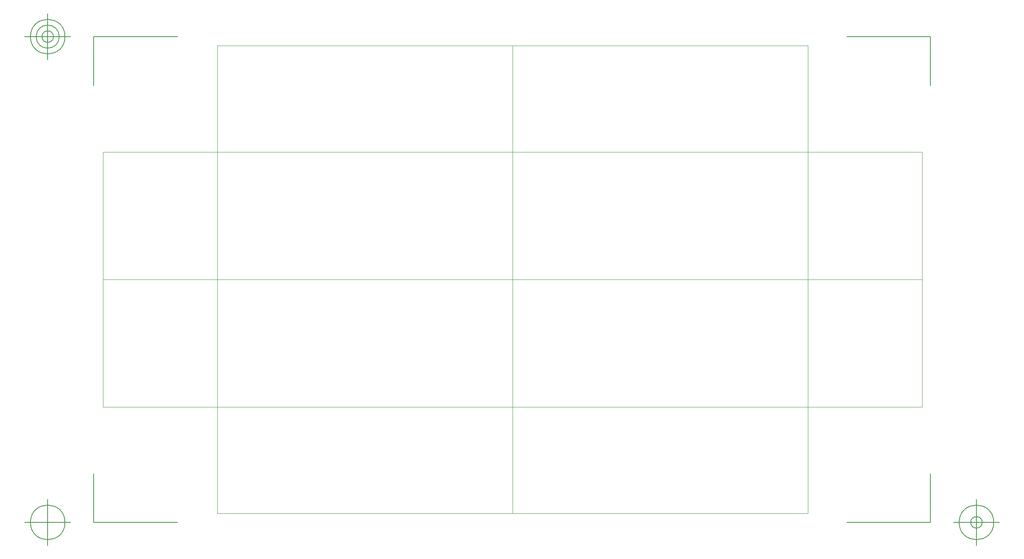
<source format=gbr>
G04 Generated by Ultiboard 14.2 *
%FSLAX24Y24*%
%MOIN*%

%ADD10C,0.0001*%
%ADD11C,0.0001*%
%ADD12C,0.0050*%


G04 ColorRGB FF14FF for the following layer *
%LNSilkscreen Bottom*%
%LPD*%
G54D10*
G54D11*
X25280Y-20000D02*
X-25200Y-20000D01*
X-25200Y20000D02*
X-25200Y-20000D01*
X40Y20000D02*
X40Y-20000D01*
X25280Y20000D02*
X25280Y-20000D01*
X-34960Y10890D02*
X-34960Y-10890D01*
X35040Y-10890D01*
X35040Y10890D02*
X35040Y-10890D01*
X-34960Y0D02*
X35040Y0D01*
X-34960Y10890D02*
X35040Y10890D01*
X25280Y20000D02*
X-25200Y20000D01*
G54D12*
X-35743Y-20768D02*
X-35743Y-16614D01*
X-35743Y-20768D02*
X-28594Y-20768D01*
X35743Y-20768D02*
X28594Y-20768D01*
X35743Y-20768D02*
X35743Y-16614D01*
X35743Y20768D02*
X35743Y16614D01*
X35743Y20768D02*
X28594Y20768D01*
X-35743Y20768D02*
X-28594Y20768D01*
X-35743Y20768D02*
X-35743Y16614D01*
X-37711Y-20768D02*
X-41648Y-20768D01*
X-39680Y-22736D02*
X-39680Y-18799D01*
X-41156Y-20768D02*
G75*
D01*
G02X-41156Y-20768I1476J0*
G01*
X37711Y-20768D02*
X41648Y-20768D01*
X39680Y-22736D02*
X39680Y-18799D01*
X38203Y-20768D02*
G75*
D01*
G02X38203Y-20768I1477J0*
G01*
X39188Y-20768D02*
G75*
D01*
G02X39188Y-20768I492J0*
G01*
X-37711Y20768D02*
X-41648Y20768D01*
X-39680Y18799D02*
X-39680Y22736D01*
X-41156Y20768D02*
G75*
D01*
G02X-41156Y20768I1476J0*
G01*
X-40664Y20768D02*
G75*
D01*
G02X-40664Y20768I984J0*
G01*
X-40172Y20768D02*
G75*
D01*
G02X-40172Y20768I492J0*
G01*

M02*

</source>
